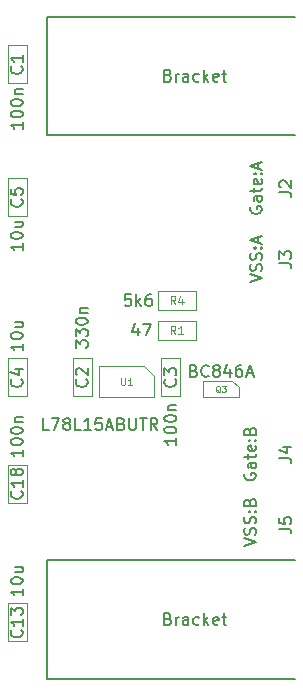
<source format=gbr>
G04 #@! TF.FileFunction,Other,Fab,Top*
%FSLAX46Y46*%
G04 Gerber Fmt 4.6, Leading zero omitted, Abs format (unit mm)*
G04 Created by KiCad (PCBNEW 4.0.7) date 04/23/18 08:39:13*
%MOMM*%
%LPD*%
G01*
G04 APERTURE LIST*
%ADD10C,0.100000*%
%ADD11C,0.150000*%
%ADD12C,0.105000*%
%ADD13C,0.075000*%
%ADD14C,0.090000*%
G04 APERTURE END LIST*
D10*
X21600000Y-26700000D02*
X21600000Y-28300000D01*
X18400000Y-26700000D02*
X21600000Y-26700000D01*
X18400000Y-28300000D02*
X18400000Y-26700000D01*
X21600000Y-28300000D02*
X18400000Y-28300000D01*
X21600000Y-24200000D02*
X21600000Y-25800000D01*
X18400000Y-24200000D02*
X21600000Y-24200000D01*
X18400000Y-25800000D02*
X18400000Y-24200000D01*
X21600000Y-25800000D02*
X18400000Y-25800000D01*
X24700000Y-31800000D02*
X22250000Y-31800000D01*
X25270000Y-32350000D02*
X25270000Y-33200000D01*
X24700000Y-31800000D02*
X25270000Y-32350000D01*
X25270000Y-33200000D02*
X22230000Y-33200000D01*
X22230000Y-31800000D02*
X22230000Y-33200000D01*
X5700000Y-3400000D02*
X7300000Y-3400000D01*
X5700000Y-6600000D02*
X5700000Y-3400000D01*
X7300000Y-6600000D02*
X5700000Y-6600000D01*
X7300000Y-3400000D02*
X7300000Y-6600000D01*
X11200000Y-29900000D02*
X12800000Y-29900000D01*
X11200000Y-33100000D02*
X11200000Y-29900000D01*
X12800000Y-33100000D02*
X11200000Y-33100000D01*
X12800000Y-29900000D02*
X12800000Y-33100000D01*
X18700000Y-29900000D02*
X20300000Y-29900000D01*
X18700000Y-33100000D02*
X18700000Y-29900000D01*
X20300000Y-33100000D02*
X18700000Y-33100000D01*
X20300000Y-29900000D02*
X20300000Y-33100000D01*
X5700000Y-29900000D02*
X7300000Y-29900000D01*
X5700000Y-33100000D02*
X5700000Y-29900000D01*
X7300000Y-33100000D02*
X5700000Y-33100000D01*
X7300000Y-29900000D02*
X7300000Y-33100000D01*
X7300000Y-17800000D02*
X5700000Y-17800000D01*
X7300000Y-14600000D02*
X7300000Y-17800000D01*
X5700000Y-14600000D02*
X7300000Y-14600000D01*
X5700000Y-17800000D02*
X5700000Y-14600000D01*
X7300000Y-53800000D02*
X5700000Y-53800000D01*
X7300000Y-50600000D02*
X7300000Y-53800000D01*
X5700000Y-50600000D02*
X7300000Y-50600000D01*
X5700000Y-53800000D02*
X5700000Y-50600000D01*
X5700000Y-38900000D02*
X7300000Y-38900000D01*
X5700000Y-42100000D02*
X5700000Y-38900000D01*
X7300000Y-42100000D02*
X5700000Y-42100000D01*
X7300000Y-38900000D02*
X7300000Y-42100000D01*
X17260000Y-30580000D02*
X18050000Y-31370000D01*
X18050000Y-33180000D02*
X13450000Y-33180000D01*
X13450000Y-33180000D02*
X13450000Y-30580000D01*
X13450000Y-30580000D02*
X17260000Y-30580000D01*
X18050000Y-31370000D02*
X18050000Y-33180000D01*
D11*
X30000000Y-47000000D02*
X9000000Y-47000000D01*
X9000000Y-47000000D02*
X9000000Y-57000000D01*
X9000000Y-57000000D02*
X30000000Y-57000000D01*
X30000000Y-1000000D02*
X9000000Y-1000000D01*
X9000000Y-1000000D02*
X9000000Y-11000000D01*
X9000000Y-11000000D02*
X30000000Y-11000000D01*
X16714286Y-27285714D02*
X16714286Y-27952381D01*
X16476190Y-26904762D02*
X16238095Y-27619048D01*
X16857143Y-27619048D01*
X17142857Y-26952381D02*
X17809524Y-26952381D01*
X17380952Y-27952381D01*
D12*
X19883334Y-27816667D02*
X19650000Y-27483333D01*
X19483334Y-27816667D02*
X19483334Y-27116667D01*
X19750000Y-27116667D01*
X19816667Y-27150000D01*
X19850000Y-27183333D01*
X19883334Y-27250000D01*
X19883334Y-27350000D01*
X19850000Y-27416667D01*
X19816667Y-27450000D01*
X19750000Y-27483333D01*
X19483334Y-27483333D01*
X20550000Y-27816667D02*
X20150000Y-27816667D01*
X20350000Y-27816667D02*
X20350000Y-27116667D01*
X20283334Y-27216667D01*
X20216667Y-27283333D01*
X20150000Y-27316667D01*
D11*
X16107143Y-24452381D02*
X15630952Y-24452381D01*
X15583333Y-24928571D01*
X15630952Y-24880952D01*
X15726190Y-24833333D01*
X15964286Y-24833333D01*
X16059524Y-24880952D01*
X16107143Y-24928571D01*
X16154762Y-25023810D01*
X16154762Y-25261905D01*
X16107143Y-25357143D01*
X16059524Y-25404762D01*
X15964286Y-25452381D01*
X15726190Y-25452381D01*
X15630952Y-25404762D01*
X15583333Y-25357143D01*
X16583333Y-25452381D02*
X16583333Y-24452381D01*
X16678571Y-25071429D02*
X16964286Y-25452381D01*
X16964286Y-24785714D02*
X16583333Y-25166667D01*
X17821429Y-24452381D02*
X17630952Y-24452381D01*
X17535714Y-24500000D01*
X17488095Y-24547619D01*
X17392857Y-24690476D01*
X17345238Y-24880952D01*
X17345238Y-25261905D01*
X17392857Y-25357143D01*
X17440476Y-25404762D01*
X17535714Y-25452381D01*
X17726191Y-25452381D01*
X17821429Y-25404762D01*
X17869048Y-25357143D01*
X17916667Y-25261905D01*
X17916667Y-25023810D01*
X17869048Y-24928571D01*
X17821429Y-24880952D01*
X17726191Y-24833333D01*
X17535714Y-24833333D01*
X17440476Y-24880952D01*
X17392857Y-24928571D01*
X17345238Y-25023810D01*
D12*
X19883334Y-25316667D02*
X19650000Y-24983333D01*
X19483334Y-25316667D02*
X19483334Y-24616667D01*
X19750000Y-24616667D01*
X19816667Y-24650000D01*
X19850000Y-24683333D01*
X19883334Y-24750000D01*
X19883334Y-24850000D01*
X19850000Y-24916667D01*
X19816667Y-24950000D01*
X19750000Y-24983333D01*
X19483334Y-24983333D01*
X20483334Y-24850000D02*
X20483334Y-25316667D01*
X20316667Y-24583333D02*
X20150000Y-25083333D01*
X20583334Y-25083333D01*
D11*
X21464286Y-30928571D02*
X21607143Y-30976190D01*
X21654762Y-31023810D01*
X21702381Y-31119048D01*
X21702381Y-31261905D01*
X21654762Y-31357143D01*
X21607143Y-31404762D01*
X21511905Y-31452381D01*
X21130952Y-31452381D01*
X21130952Y-30452381D01*
X21464286Y-30452381D01*
X21559524Y-30500000D01*
X21607143Y-30547619D01*
X21654762Y-30642857D01*
X21654762Y-30738095D01*
X21607143Y-30833333D01*
X21559524Y-30880952D01*
X21464286Y-30928571D01*
X21130952Y-30928571D01*
X22702381Y-31357143D02*
X22654762Y-31404762D01*
X22511905Y-31452381D01*
X22416667Y-31452381D01*
X22273809Y-31404762D01*
X22178571Y-31309524D01*
X22130952Y-31214286D01*
X22083333Y-31023810D01*
X22083333Y-30880952D01*
X22130952Y-30690476D01*
X22178571Y-30595238D01*
X22273809Y-30500000D01*
X22416667Y-30452381D01*
X22511905Y-30452381D01*
X22654762Y-30500000D01*
X22702381Y-30547619D01*
X23273809Y-30880952D02*
X23178571Y-30833333D01*
X23130952Y-30785714D01*
X23083333Y-30690476D01*
X23083333Y-30642857D01*
X23130952Y-30547619D01*
X23178571Y-30500000D01*
X23273809Y-30452381D01*
X23464286Y-30452381D01*
X23559524Y-30500000D01*
X23607143Y-30547619D01*
X23654762Y-30642857D01*
X23654762Y-30690476D01*
X23607143Y-30785714D01*
X23559524Y-30833333D01*
X23464286Y-30880952D01*
X23273809Y-30880952D01*
X23178571Y-30928571D01*
X23130952Y-30976190D01*
X23083333Y-31071429D01*
X23083333Y-31261905D01*
X23130952Y-31357143D01*
X23178571Y-31404762D01*
X23273809Y-31452381D01*
X23464286Y-31452381D01*
X23559524Y-31404762D01*
X23607143Y-31357143D01*
X23654762Y-31261905D01*
X23654762Y-31071429D01*
X23607143Y-30976190D01*
X23559524Y-30928571D01*
X23464286Y-30880952D01*
X24511905Y-30785714D02*
X24511905Y-31452381D01*
X24273809Y-30404762D02*
X24035714Y-31119048D01*
X24654762Y-31119048D01*
X25464286Y-30452381D02*
X25273809Y-30452381D01*
X25178571Y-30500000D01*
X25130952Y-30547619D01*
X25035714Y-30690476D01*
X24988095Y-30880952D01*
X24988095Y-31261905D01*
X25035714Y-31357143D01*
X25083333Y-31404762D01*
X25178571Y-31452381D01*
X25369048Y-31452381D01*
X25464286Y-31404762D01*
X25511905Y-31357143D01*
X25559524Y-31261905D01*
X25559524Y-31023810D01*
X25511905Y-30928571D01*
X25464286Y-30880952D01*
X25369048Y-30833333D01*
X25178571Y-30833333D01*
X25083333Y-30880952D01*
X25035714Y-30928571D01*
X24988095Y-31023810D01*
X25940476Y-31166667D02*
X26416667Y-31166667D01*
X25845238Y-31452381D02*
X26178571Y-30452381D01*
X26511905Y-31452381D01*
D13*
X23702381Y-32773810D02*
X23654762Y-32750000D01*
X23607143Y-32702381D01*
X23535714Y-32630952D01*
X23488095Y-32607143D01*
X23440476Y-32607143D01*
X23464286Y-32726190D02*
X23416667Y-32702381D01*
X23369048Y-32654762D01*
X23345238Y-32559524D01*
X23345238Y-32392857D01*
X23369048Y-32297619D01*
X23416667Y-32250000D01*
X23464286Y-32226190D01*
X23559524Y-32226190D01*
X23607143Y-32250000D01*
X23654762Y-32297619D01*
X23678571Y-32392857D01*
X23678571Y-32559524D01*
X23654762Y-32654762D01*
X23607143Y-32702381D01*
X23559524Y-32726190D01*
X23464286Y-32726190D01*
X23845239Y-32226190D02*
X24154762Y-32226190D01*
X23988096Y-32416667D01*
X24059524Y-32416667D01*
X24107143Y-32440476D01*
X24130953Y-32464286D01*
X24154762Y-32511905D01*
X24154762Y-32630952D01*
X24130953Y-32678571D01*
X24107143Y-32702381D01*
X24059524Y-32726190D01*
X23916667Y-32726190D01*
X23869048Y-32702381D01*
X23845239Y-32678571D01*
D11*
X6952381Y-9869047D02*
X6952381Y-10440476D01*
X6952381Y-10154762D02*
X5952381Y-10154762D01*
X6095238Y-10250000D01*
X6190476Y-10345238D01*
X6238095Y-10440476D01*
X5952381Y-9250000D02*
X5952381Y-9154761D01*
X6000000Y-9059523D01*
X6047619Y-9011904D01*
X6142857Y-8964285D01*
X6333333Y-8916666D01*
X6571429Y-8916666D01*
X6761905Y-8964285D01*
X6857143Y-9011904D01*
X6904762Y-9059523D01*
X6952381Y-9154761D01*
X6952381Y-9250000D01*
X6904762Y-9345238D01*
X6857143Y-9392857D01*
X6761905Y-9440476D01*
X6571429Y-9488095D01*
X6333333Y-9488095D01*
X6142857Y-9440476D01*
X6047619Y-9392857D01*
X6000000Y-9345238D01*
X5952381Y-9250000D01*
X5952381Y-8297619D02*
X5952381Y-8202380D01*
X6000000Y-8107142D01*
X6047619Y-8059523D01*
X6142857Y-8011904D01*
X6333333Y-7964285D01*
X6571429Y-7964285D01*
X6761905Y-8011904D01*
X6857143Y-8059523D01*
X6904762Y-8107142D01*
X6952381Y-8202380D01*
X6952381Y-8297619D01*
X6904762Y-8392857D01*
X6857143Y-8440476D01*
X6761905Y-8488095D01*
X6571429Y-8535714D01*
X6333333Y-8535714D01*
X6142857Y-8488095D01*
X6047619Y-8440476D01*
X6000000Y-8392857D01*
X5952381Y-8297619D01*
X6285714Y-7535714D02*
X6952381Y-7535714D01*
X6380952Y-7535714D02*
X6333333Y-7488095D01*
X6285714Y-7392857D01*
X6285714Y-7249999D01*
X6333333Y-7154761D01*
X6428571Y-7107142D01*
X6952381Y-7107142D01*
X6857143Y-5166666D02*
X6904762Y-5214285D01*
X6952381Y-5357142D01*
X6952381Y-5452380D01*
X6904762Y-5595238D01*
X6809524Y-5690476D01*
X6714286Y-5738095D01*
X6523810Y-5785714D01*
X6380952Y-5785714D01*
X6190476Y-5738095D01*
X6095238Y-5690476D01*
X6000000Y-5595238D01*
X5952381Y-5452380D01*
X5952381Y-5357142D01*
X6000000Y-5214285D01*
X6047619Y-5166666D01*
X6952381Y-4214285D02*
X6952381Y-4785714D01*
X6952381Y-4500000D02*
X5952381Y-4500000D01*
X6095238Y-4595238D01*
X6190476Y-4690476D01*
X6238095Y-4785714D01*
X11452381Y-28988095D02*
X11452381Y-28369047D01*
X11833333Y-28702381D01*
X11833333Y-28559523D01*
X11880952Y-28464285D01*
X11928571Y-28416666D01*
X12023810Y-28369047D01*
X12261905Y-28369047D01*
X12357143Y-28416666D01*
X12404762Y-28464285D01*
X12452381Y-28559523D01*
X12452381Y-28845238D01*
X12404762Y-28940476D01*
X12357143Y-28988095D01*
X11452381Y-28035714D02*
X11452381Y-27416666D01*
X11833333Y-27750000D01*
X11833333Y-27607142D01*
X11880952Y-27511904D01*
X11928571Y-27464285D01*
X12023810Y-27416666D01*
X12261905Y-27416666D01*
X12357143Y-27464285D01*
X12404762Y-27511904D01*
X12452381Y-27607142D01*
X12452381Y-27892857D01*
X12404762Y-27988095D01*
X12357143Y-28035714D01*
X11452381Y-26797619D02*
X11452381Y-26702380D01*
X11500000Y-26607142D01*
X11547619Y-26559523D01*
X11642857Y-26511904D01*
X11833333Y-26464285D01*
X12071429Y-26464285D01*
X12261905Y-26511904D01*
X12357143Y-26559523D01*
X12404762Y-26607142D01*
X12452381Y-26702380D01*
X12452381Y-26797619D01*
X12404762Y-26892857D01*
X12357143Y-26940476D01*
X12261905Y-26988095D01*
X12071429Y-27035714D01*
X11833333Y-27035714D01*
X11642857Y-26988095D01*
X11547619Y-26940476D01*
X11500000Y-26892857D01*
X11452381Y-26797619D01*
X11785714Y-26035714D02*
X12452381Y-26035714D01*
X11880952Y-26035714D02*
X11833333Y-25988095D01*
X11785714Y-25892857D01*
X11785714Y-25749999D01*
X11833333Y-25654761D01*
X11928571Y-25607142D01*
X12452381Y-25607142D01*
X12357143Y-31666666D02*
X12404762Y-31714285D01*
X12452381Y-31857142D01*
X12452381Y-31952380D01*
X12404762Y-32095238D01*
X12309524Y-32190476D01*
X12214286Y-32238095D01*
X12023810Y-32285714D01*
X11880952Y-32285714D01*
X11690476Y-32238095D01*
X11595238Y-32190476D01*
X11500000Y-32095238D01*
X11452381Y-31952380D01*
X11452381Y-31857142D01*
X11500000Y-31714285D01*
X11547619Y-31666666D01*
X11547619Y-31285714D02*
X11500000Y-31238095D01*
X11452381Y-31142857D01*
X11452381Y-30904761D01*
X11500000Y-30809523D01*
X11547619Y-30761904D01*
X11642857Y-30714285D01*
X11738095Y-30714285D01*
X11880952Y-30761904D01*
X12452381Y-31333333D01*
X12452381Y-30714285D01*
X19952381Y-36619047D02*
X19952381Y-37190476D01*
X19952381Y-36904762D02*
X18952381Y-36904762D01*
X19095238Y-37000000D01*
X19190476Y-37095238D01*
X19238095Y-37190476D01*
X18952381Y-36000000D02*
X18952381Y-35904761D01*
X19000000Y-35809523D01*
X19047619Y-35761904D01*
X19142857Y-35714285D01*
X19333333Y-35666666D01*
X19571429Y-35666666D01*
X19761905Y-35714285D01*
X19857143Y-35761904D01*
X19904762Y-35809523D01*
X19952381Y-35904761D01*
X19952381Y-36000000D01*
X19904762Y-36095238D01*
X19857143Y-36142857D01*
X19761905Y-36190476D01*
X19571429Y-36238095D01*
X19333333Y-36238095D01*
X19142857Y-36190476D01*
X19047619Y-36142857D01*
X19000000Y-36095238D01*
X18952381Y-36000000D01*
X18952381Y-35047619D02*
X18952381Y-34952380D01*
X19000000Y-34857142D01*
X19047619Y-34809523D01*
X19142857Y-34761904D01*
X19333333Y-34714285D01*
X19571429Y-34714285D01*
X19761905Y-34761904D01*
X19857143Y-34809523D01*
X19904762Y-34857142D01*
X19952381Y-34952380D01*
X19952381Y-35047619D01*
X19904762Y-35142857D01*
X19857143Y-35190476D01*
X19761905Y-35238095D01*
X19571429Y-35285714D01*
X19333333Y-35285714D01*
X19142857Y-35238095D01*
X19047619Y-35190476D01*
X19000000Y-35142857D01*
X18952381Y-35047619D01*
X19285714Y-34285714D02*
X19952381Y-34285714D01*
X19380952Y-34285714D02*
X19333333Y-34238095D01*
X19285714Y-34142857D01*
X19285714Y-33999999D01*
X19333333Y-33904761D01*
X19428571Y-33857142D01*
X19952381Y-33857142D01*
X19857143Y-31666666D02*
X19904762Y-31714285D01*
X19952381Y-31857142D01*
X19952381Y-31952380D01*
X19904762Y-32095238D01*
X19809524Y-32190476D01*
X19714286Y-32238095D01*
X19523810Y-32285714D01*
X19380952Y-32285714D01*
X19190476Y-32238095D01*
X19095238Y-32190476D01*
X19000000Y-32095238D01*
X18952381Y-31952380D01*
X18952381Y-31857142D01*
X19000000Y-31714285D01*
X19047619Y-31666666D01*
X18952381Y-31333333D02*
X18952381Y-30714285D01*
X19333333Y-31047619D01*
X19333333Y-30904761D01*
X19380952Y-30809523D01*
X19428571Y-30761904D01*
X19523810Y-30714285D01*
X19761905Y-30714285D01*
X19857143Y-30761904D01*
X19904762Y-30809523D01*
X19952381Y-30904761D01*
X19952381Y-31190476D01*
X19904762Y-31285714D01*
X19857143Y-31333333D01*
X6952381Y-28642857D02*
X6952381Y-29214286D01*
X6952381Y-28928572D02*
X5952381Y-28928572D01*
X6095238Y-29023810D01*
X6190476Y-29119048D01*
X6238095Y-29214286D01*
X5952381Y-28023810D02*
X5952381Y-27928571D01*
X6000000Y-27833333D01*
X6047619Y-27785714D01*
X6142857Y-27738095D01*
X6333333Y-27690476D01*
X6571429Y-27690476D01*
X6761905Y-27738095D01*
X6857143Y-27785714D01*
X6904762Y-27833333D01*
X6952381Y-27928571D01*
X6952381Y-28023810D01*
X6904762Y-28119048D01*
X6857143Y-28166667D01*
X6761905Y-28214286D01*
X6571429Y-28261905D01*
X6333333Y-28261905D01*
X6142857Y-28214286D01*
X6047619Y-28166667D01*
X6000000Y-28119048D01*
X5952381Y-28023810D01*
X6285714Y-26833333D02*
X6952381Y-26833333D01*
X6285714Y-27261905D02*
X6809524Y-27261905D01*
X6904762Y-27214286D01*
X6952381Y-27119048D01*
X6952381Y-26976190D01*
X6904762Y-26880952D01*
X6857143Y-26833333D01*
X6857143Y-31666666D02*
X6904762Y-31714285D01*
X6952381Y-31857142D01*
X6952381Y-31952380D01*
X6904762Y-32095238D01*
X6809524Y-32190476D01*
X6714286Y-32238095D01*
X6523810Y-32285714D01*
X6380952Y-32285714D01*
X6190476Y-32238095D01*
X6095238Y-32190476D01*
X6000000Y-32095238D01*
X5952381Y-31952380D01*
X5952381Y-31857142D01*
X6000000Y-31714285D01*
X6047619Y-31666666D01*
X6285714Y-30809523D02*
X6952381Y-30809523D01*
X5904762Y-31047619D02*
X6619048Y-31285714D01*
X6619048Y-30666666D01*
X6952381Y-20142857D02*
X6952381Y-20714286D01*
X6952381Y-20428572D02*
X5952381Y-20428572D01*
X6095238Y-20523810D01*
X6190476Y-20619048D01*
X6238095Y-20714286D01*
X5952381Y-19523810D02*
X5952381Y-19428571D01*
X6000000Y-19333333D01*
X6047619Y-19285714D01*
X6142857Y-19238095D01*
X6333333Y-19190476D01*
X6571429Y-19190476D01*
X6761905Y-19238095D01*
X6857143Y-19285714D01*
X6904762Y-19333333D01*
X6952381Y-19428571D01*
X6952381Y-19523810D01*
X6904762Y-19619048D01*
X6857143Y-19666667D01*
X6761905Y-19714286D01*
X6571429Y-19761905D01*
X6333333Y-19761905D01*
X6142857Y-19714286D01*
X6047619Y-19666667D01*
X6000000Y-19619048D01*
X5952381Y-19523810D01*
X6285714Y-18333333D02*
X6952381Y-18333333D01*
X6285714Y-18761905D02*
X6809524Y-18761905D01*
X6904762Y-18714286D01*
X6952381Y-18619048D01*
X6952381Y-18476190D01*
X6904762Y-18380952D01*
X6857143Y-18333333D01*
X6857143Y-16416666D02*
X6904762Y-16464285D01*
X6952381Y-16607142D01*
X6952381Y-16702380D01*
X6904762Y-16845238D01*
X6809524Y-16940476D01*
X6714286Y-16988095D01*
X6523810Y-17035714D01*
X6380952Y-17035714D01*
X6190476Y-16988095D01*
X6095238Y-16940476D01*
X6000000Y-16845238D01*
X5952381Y-16702380D01*
X5952381Y-16607142D01*
X6000000Y-16464285D01*
X6047619Y-16416666D01*
X5952381Y-15511904D02*
X5952381Y-15988095D01*
X6428571Y-16035714D01*
X6380952Y-15988095D01*
X6333333Y-15892857D01*
X6333333Y-15654761D01*
X6380952Y-15559523D01*
X6428571Y-15511904D01*
X6523810Y-15464285D01*
X6761905Y-15464285D01*
X6857143Y-15511904D01*
X6904762Y-15559523D01*
X6952381Y-15654761D01*
X6952381Y-15892857D01*
X6904762Y-15988095D01*
X6857143Y-16035714D01*
X6952381Y-49392857D02*
X6952381Y-49964286D01*
X6952381Y-49678572D02*
X5952381Y-49678572D01*
X6095238Y-49773810D01*
X6190476Y-49869048D01*
X6238095Y-49964286D01*
X5952381Y-48773810D02*
X5952381Y-48678571D01*
X6000000Y-48583333D01*
X6047619Y-48535714D01*
X6142857Y-48488095D01*
X6333333Y-48440476D01*
X6571429Y-48440476D01*
X6761905Y-48488095D01*
X6857143Y-48535714D01*
X6904762Y-48583333D01*
X6952381Y-48678571D01*
X6952381Y-48773810D01*
X6904762Y-48869048D01*
X6857143Y-48916667D01*
X6761905Y-48964286D01*
X6571429Y-49011905D01*
X6333333Y-49011905D01*
X6142857Y-48964286D01*
X6047619Y-48916667D01*
X6000000Y-48869048D01*
X5952381Y-48773810D01*
X6285714Y-47583333D02*
X6952381Y-47583333D01*
X6285714Y-48011905D02*
X6809524Y-48011905D01*
X6904762Y-47964286D01*
X6952381Y-47869048D01*
X6952381Y-47726190D01*
X6904762Y-47630952D01*
X6857143Y-47583333D01*
X6857143Y-52892857D02*
X6904762Y-52940476D01*
X6952381Y-53083333D01*
X6952381Y-53178571D01*
X6904762Y-53321429D01*
X6809524Y-53416667D01*
X6714286Y-53464286D01*
X6523810Y-53511905D01*
X6380952Y-53511905D01*
X6190476Y-53464286D01*
X6095238Y-53416667D01*
X6000000Y-53321429D01*
X5952381Y-53178571D01*
X5952381Y-53083333D01*
X6000000Y-52940476D01*
X6047619Y-52892857D01*
X6952381Y-51940476D02*
X6952381Y-52511905D01*
X6952381Y-52226191D02*
X5952381Y-52226191D01*
X6095238Y-52321429D01*
X6190476Y-52416667D01*
X6238095Y-52511905D01*
X5952381Y-51607143D02*
X5952381Y-50988095D01*
X6333333Y-51321429D01*
X6333333Y-51178571D01*
X6380952Y-51083333D01*
X6428571Y-51035714D01*
X6523810Y-50988095D01*
X6761905Y-50988095D01*
X6857143Y-51035714D01*
X6904762Y-51083333D01*
X6952381Y-51178571D01*
X6952381Y-51464286D01*
X6904762Y-51559524D01*
X6857143Y-51607143D01*
X6952381Y-37619047D02*
X6952381Y-38190476D01*
X6952381Y-37904762D02*
X5952381Y-37904762D01*
X6095238Y-38000000D01*
X6190476Y-38095238D01*
X6238095Y-38190476D01*
X5952381Y-37000000D02*
X5952381Y-36904761D01*
X6000000Y-36809523D01*
X6047619Y-36761904D01*
X6142857Y-36714285D01*
X6333333Y-36666666D01*
X6571429Y-36666666D01*
X6761905Y-36714285D01*
X6857143Y-36761904D01*
X6904762Y-36809523D01*
X6952381Y-36904761D01*
X6952381Y-37000000D01*
X6904762Y-37095238D01*
X6857143Y-37142857D01*
X6761905Y-37190476D01*
X6571429Y-37238095D01*
X6333333Y-37238095D01*
X6142857Y-37190476D01*
X6047619Y-37142857D01*
X6000000Y-37095238D01*
X5952381Y-37000000D01*
X5952381Y-36047619D02*
X5952381Y-35952380D01*
X6000000Y-35857142D01*
X6047619Y-35809523D01*
X6142857Y-35761904D01*
X6333333Y-35714285D01*
X6571429Y-35714285D01*
X6761905Y-35761904D01*
X6857143Y-35809523D01*
X6904762Y-35857142D01*
X6952381Y-35952380D01*
X6952381Y-36047619D01*
X6904762Y-36142857D01*
X6857143Y-36190476D01*
X6761905Y-36238095D01*
X6571429Y-36285714D01*
X6333333Y-36285714D01*
X6142857Y-36238095D01*
X6047619Y-36190476D01*
X6000000Y-36142857D01*
X5952381Y-36047619D01*
X6285714Y-35285714D02*
X6952381Y-35285714D01*
X6380952Y-35285714D02*
X6333333Y-35238095D01*
X6285714Y-35142857D01*
X6285714Y-34999999D01*
X6333333Y-34904761D01*
X6428571Y-34857142D01*
X6952381Y-34857142D01*
X6857143Y-41142857D02*
X6904762Y-41190476D01*
X6952381Y-41333333D01*
X6952381Y-41428571D01*
X6904762Y-41571429D01*
X6809524Y-41666667D01*
X6714286Y-41714286D01*
X6523810Y-41761905D01*
X6380952Y-41761905D01*
X6190476Y-41714286D01*
X6095238Y-41666667D01*
X6000000Y-41571429D01*
X5952381Y-41428571D01*
X5952381Y-41333333D01*
X6000000Y-41190476D01*
X6047619Y-41142857D01*
X6952381Y-40190476D02*
X6952381Y-40761905D01*
X6952381Y-40476191D02*
X5952381Y-40476191D01*
X6095238Y-40571429D01*
X6190476Y-40666667D01*
X6238095Y-40761905D01*
X6380952Y-39619048D02*
X6333333Y-39714286D01*
X6285714Y-39761905D01*
X6190476Y-39809524D01*
X6142857Y-39809524D01*
X6047619Y-39761905D01*
X6000000Y-39714286D01*
X5952381Y-39619048D01*
X5952381Y-39428571D01*
X6000000Y-39333333D01*
X6047619Y-39285714D01*
X6142857Y-39238095D01*
X6190476Y-39238095D01*
X6285714Y-39285714D01*
X6333333Y-39333333D01*
X6380952Y-39428571D01*
X6380952Y-39619048D01*
X6428571Y-39714286D01*
X6476190Y-39761905D01*
X6571429Y-39809524D01*
X6761905Y-39809524D01*
X6857143Y-39761905D01*
X6904762Y-39714286D01*
X6952381Y-39619048D01*
X6952381Y-39428571D01*
X6904762Y-39333333D01*
X6857143Y-39285714D01*
X6761905Y-39238095D01*
X6571429Y-39238095D01*
X6476190Y-39285714D01*
X6428571Y-39333333D01*
X6380952Y-39428571D01*
X28702381Y-15833333D02*
X29416667Y-15833333D01*
X29559524Y-15880953D01*
X29654762Y-15976191D01*
X29702381Y-16119048D01*
X29702381Y-16214286D01*
X28797619Y-15404762D02*
X28750000Y-15357143D01*
X28702381Y-15261905D01*
X28702381Y-15023809D01*
X28750000Y-14928571D01*
X28797619Y-14880952D01*
X28892857Y-14833333D01*
X28988095Y-14833333D01*
X29130952Y-14880952D01*
X29702381Y-15452381D01*
X29702381Y-14833333D01*
X26250000Y-17071428D02*
X26202381Y-17166666D01*
X26202381Y-17309523D01*
X26250000Y-17452381D01*
X26345238Y-17547619D01*
X26440476Y-17595238D01*
X26630952Y-17642857D01*
X26773810Y-17642857D01*
X26964286Y-17595238D01*
X27059524Y-17547619D01*
X27154762Y-17452381D01*
X27202381Y-17309523D01*
X27202381Y-17214285D01*
X27154762Y-17071428D01*
X27107143Y-17023809D01*
X26773810Y-17023809D01*
X26773810Y-17214285D01*
X27202381Y-16166666D02*
X26678571Y-16166666D01*
X26583333Y-16214285D01*
X26535714Y-16309523D01*
X26535714Y-16500000D01*
X26583333Y-16595238D01*
X27154762Y-16166666D02*
X27202381Y-16261904D01*
X27202381Y-16500000D01*
X27154762Y-16595238D01*
X27059524Y-16642857D01*
X26964286Y-16642857D01*
X26869048Y-16595238D01*
X26821429Y-16500000D01*
X26821429Y-16261904D01*
X26773810Y-16166666D01*
X26535714Y-15833333D02*
X26535714Y-15452381D01*
X26202381Y-15690476D02*
X27059524Y-15690476D01*
X27154762Y-15642857D01*
X27202381Y-15547619D01*
X27202381Y-15452381D01*
X27154762Y-14738094D02*
X27202381Y-14833332D01*
X27202381Y-15023809D01*
X27154762Y-15119047D01*
X27059524Y-15166666D01*
X26678571Y-15166666D01*
X26583333Y-15119047D01*
X26535714Y-15023809D01*
X26535714Y-14833332D01*
X26583333Y-14738094D01*
X26678571Y-14690475D01*
X26773810Y-14690475D01*
X26869048Y-15166666D01*
X27107143Y-14261904D02*
X27154762Y-14214285D01*
X27202381Y-14261904D01*
X27154762Y-14309523D01*
X27107143Y-14261904D01*
X27202381Y-14261904D01*
X26583333Y-14261904D02*
X26630952Y-14214285D01*
X26678571Y-14261904D01*
X26630952Y-14309523D01*
X26583333Y-14261904D01*
X26678571Y-14261904D01*
X26916667Y-13833333D02*
X26916667Y-13357142D01*
X27202381Y-13928571D02*
X26202381Y-13595238D01*
X27202381Y-13261904D01*
X28702381Y-21833333D02*
X29416667Y-21833333D01*
X29559524Y-21880953D01*
X29654762Y-21976191D01*
X29702381Y-22119048D01*
X29702381Y-22214286D01*
X28702381Y-21452381D02*
X28702381Y-20833333D01*
X29083333Y-21166667D01*
X29083333Y-21023809D01*
X29130952Y-20928571D01*
X29178571Y-20880952D01*
X29273810Y-20833333D01*
X29511905Y-20833333D01*
X29607143Y-20880952D01*
X29654762Y-20928571D01*
X29702381Y-21023809D01*
X29702381Y-21309524D01*
X29654762Y-21404762D01*
X29607143Y-21452381D01*
X26202381Y-23452381D02*
X27202381Y-23119048D01*
X26202381Y-22785714D01*
X27154762Y-22500000D02*
X27202381Y-22357143D01*
X27202381Y-22119047D01*
X27154762Y-22023809D01*
X27107143Y-21976190D01*
X27011905Y-21928571D01*
X26916667Y-21928571D01*
X26821429Y-21976190D01*
X26773810Y-22023809D01*
X26726190Y-22119047D01*
X26678571Y-22309524D01*
X26630952Y-22404762D01*
X26583333Y-22452381D01*
X26488095Y-22500000D01*
X26392857Y-22500000D01*
X26297619Y-22452381D01*
X26250000Y-22404762D01*
X26202381Y-22309524D01*
X26202381Y-22071428D01*
X26250000Y-21928571D01*
X27154762Y-21547619D02*
X27202381Y-21404762D01*
X27202381Y-21166666D01*
X27154762Y-21071428D01*
X27107143Y-21023809D01*
X27011905Y-20976190D01*
X26916667Y-20976190D01*
X26821429Y-21023809D01*
X26773810Y-21071428D01*
X26726190Y-21166666D01*
X26678571Y-21357143D01*
X26630952Y-21452381D01*
X26583333Y-21500000D01*
X26488095Y-21547619D01*
X26392857Y-21547619D01*
X26297619Y-21500000D01*
X26250000Y-21452381D01*
X26202381Y-21357143D01*
X26202381Y-21119047D01*
X26250000Y-20976190D01*
X27107143Y-20547619D02*
X27154762Y-20500000D01*
X27202381Y-20547619D01*
X27154762Y-20595238D01*
X27107143Y-20547619D01*
X27202381Y-20547619D01*
X26583333Y-20547619D02*
X26630952Y-20500000D01*
X26678571Y-20547619D01*
X26630952Y-20595238D01*
X26583333Y-20547619D01*
X26678571Y-20547619D01*
X26916667Y-20119048D02*
X26916667Y-19642857D01*
X27202381Y-20214286D02*
X26202381Y-19880953D01*
X27202381Y-19547619D01*
X28702381Y-38333333D02*
X29416667Y-38333333D01*
X29559524Y-38380953D01*
X29654762Y-38476191D01*
X29702381Y-38619048D01*
X29702381Y-38714286D01*
X29035714Y-37428571D02*
X29702381Y-37428571D01*
X28654762Y-37666667D02*
X29369048Y-37904762D01*
X29369048Y-37285714D01*
X25750000Y-39642857D02*
X25702381Y-39738095D01*
X25702381Y-39880952D01*
X25750000Y-40023810D01*
X25845238Y-40119048D01*
X25940476Y-40166667D01*
X26130952Y-40214286D01*
X26273810Y-40214286D01*
X26464286Y-40166667D01*
X26559524Y-40119048D01*
X26654762Y-40023810D01*
X26702381Y-39880952D01*
X26702381Y-39785714D01*
X26654762Y-39642857D01*
X26607143Y-39595238D01*
X26273810Y-39595238D01*
X26273810Y-39785714D01*
X26702381Y-38738095D02*
X26178571Y-38738095D01*
X26083333Y-38785714D01*
X26035714Y-38880952D01*
X26035714Y-39071429D01*
X26083333Y-39166667D01*
X26654762Y-38738095D02*
X26702381Y-38833333D01*
X26702381Y-39071429D01*
X26654762Y-39166667D01*
X26559524Y-39214286D01*
X26464286Y-39214286D01*
X26369048Y-39166667D01*
X26321429Y-39071429D01*
X26321429Y-38833333D01*
X26273810Y-38738095D01*
X26035714Y-38404762D02*
X26035714Y-38023810D01*
X25702381Y-38261905D02*
X26559524Y-38261905D01*
X26654762Y-38214286D01*
X26702381Y-38119048D01*
X26702381Y-38023810D01*
X26654762Y-37309523D02*
X26702381Y-37404761D01*
X26702381Y-37595238D01*
X26654762Y-37690476D01*
X26559524Y-37738095D01*
X26178571Y-37738095D01*
X26083333Y-37690476D01*
X26035714Y-37595238D01*
X26035714Y-37404761D01*
X26083333Y-37309523D01*
X26178571Y-37261904D01*
X26273810Y-37261904D01*
X26369048Y-37738095D01*
X26607143Y-36833333D02*
X26654762Y-36785714D01*
X26702381Y-36833333D01*
X26654762Y-36880952D01*
X26607143Y-36833333D01*
X26702381Y-36833333D01*
X26083333Y-36833333D02*
X26130952Y-36785714D01*
X26178571Y-36833333D01*
X26130952Y-36880952D01*
X26083333Y-36833333D01*
X26178571Y-36833333D01*
X26178571Y-36023809D02*
X26226190Y-35880952D01*
X26273810Y-35833333D01*
X26369048Y-35785714D01*
X26511905Y-35785714D01*
X26607143Y-35833333D01*
X26654762Y-35880952D01*
X26702381Y-35976190D01*
X26702381Y-36357143D01*
X25702381Y-36357143D01*
X25702381Y-36023809D01*
X25750000Y-35928571D01*
X25797619Y-35880952D01*
X25892857Y-35833333D01*
X25988095Y-35833333D01*
X26083333Y-35880952D01*
X26130952Y-35928571D01*
X26178571Y-36023809D01*
X26178571Y-36357143D01*
X28702381Y-44333333D02*
X29416667Y-44333333D01*
X29559524Y-44380953D01*
X29654762Y-44476191D01*
X29702381Y-44619048D01*
X29702381Y-44714286D01*
X28702381Y-43380952D02*
X28702381Y-43857143D01*
X29178571Y-43904762D01*
X29130952Y-43857143D01*
X29083333Y-43761905D01*
X29083333Y-43523809D01*
X29130952Y-43428571D01*
X29178571Y-43380952D01*
X29273810Y-43333333D01*
X29511905Y-43333333D01*
X29607143Y-43380952D01*
X29654762Y-43428571D01*
X29702381Y-43523809D01*
X29702381Y-43761905D01*
X29654762Y-43857143D01*
X29607143Y-43904762D01*
X25702381Y-45773809D02*
X26702381Y-45440476D01*
X25702381Y-45107142D01*
X26654762Y-44821428D02*
X26702381Y-44678571D01*
X26702381Y-44440475D01*
X26654762Y-44345237D01*
X26607143Y-44297618D01*
X26511905Y-44249999D01*
X26416667Y-44249999D01*
X26321429Y-44297618D01*
X26273810Y-44345237D01*
X26226190Y-44440475D01*
X26178571Y-44630952D01*
X26130952Y-44726190D01*
X26083333Y-44773809D01*
X25988095Y-44821428D01*
X25892857Y-44821428D01*
X25797619Y-44773809D01*
X25750000Y-44726190D01*
X25702381Y-44630952D01*
X25702381Y-44392856D01*
X25750000Y-44249999D01*
X26654762Y-43869047D02*
X26702381Y-43726190D01*
X26702381Y-43488094D01*
X26654762Y-43392856D01*
X26607143Y-43345237D01*
X26511905Y-43297618D01*
X26416667Y-43297618D01*
X26321429Y-43345237D01*
X26273810Y-43392856D01*
X26226190Y-43488094D01*
X26178571Y-43678571D01*
X26130952Y-43773809D01*
X26083333Y-43821428D01*
X25988095Y-43869047D01*
X25892857Y-43869047D01*
X25797619Y-43821428D01*
X25750000Y-43773809D01*
X25702381Y-43678571D01*
X25702381Y-43440475D01*
X25750000Y-43297618D01*
X26607143Y-42869047D02*
X26654762Y-42821428D01*
X26702381Y-42869047D01*
X26654762Y-42916666D01*
X26607143Y-42869047D01*
X26702381Y-42869047D01*
X26083333Y-42869047D02*
X26130952Y-42821428D01*
X26178571Y-42869047D01*
X26130952Y-42916666D01*
X26083333Y-42869047D01*
X26178571Y-42869047D01*
X26178571Y-42059523D02*
X26226190Y-41916666D01*
X26273810Y-41869047D01*
X26369048Y-41821428D01*
X26511905Y-41821428D01*
X26607143Y-41869047D01*
X26654762Y-41916666D01*
X26702381Y-42011904D01*
X26702381Y-42392857D01*
X25702381Y-42392857D01*
X25702381Y-42059523D01*
X25750000Y-41964285D01*
X25797619Y-41916666D01*
X25892857Y-41869047D01*
X25988095Y-41869047D01*
X26083333Y-41916666D01*
X26130952Y-41964285D01*
X26178571Y-42059523D01*
X26178571Y-42392857D01*
X9166667Y-35952381D02*
X8690476Y-35952381D01*
X8690476Y-34952381D01*
X9404762Y-34952381D02*
X10071429Y-34952381D01*
X9642857Y-35952381D01*
X10595238Y-35380952D02*
X10500000Y-35333333D01*
X10452381Y-35285714D01*
X10404762Y-35190476D01*
X10404762Y-35142857D01*
X10452381Y-35047619D01*
X10500000Y-35000000D01*
X10595238Y-34952381D01*
X10785715Y-34952381D01*
X10880953Y-35000000D01*
X10928572Y-35047619D01*
X10976191Y-35142857D01*
X10976191Y-35190476D01*
X10928572Y-35285714D01*
X10880953Y-35333333D01*
X10785715Y-35380952D01*
X10595238Y-35380952D01*
X10500000Y-35428571D01*
X10452381Y-35476190D01*
X10404762Y-35571429D01*
X10404762Y-35761905D01*
X10452381Y-35857143D01*
X10500000Y-35904762D01*
X10595238Y-35952381D01*
X10785715Y-35952381D01*
X10880953Y-35904762D01*
X10928572Y-35857143D01*
X10976191Y-35761905D01*
X10976191Y-35571429D01*
X10928572Y-35476190D01*
X10880953Y-35428571D01*
X10785715Y-35380952D01*
X11880953Y-35952381D02*
X11404762Y-35952381D01*
X11404762Y-34952381D01*
X12738096Y-35952381D02*
X12166667Y-35952381D01*
X12452381Y-35952381D02*
X12452381Y-34952381D01*
X12357143Y-35095238D01*
X12261905Y-35190476D01*
X12166667Y-35238095D01*
X13642858Y-34952381D02*
X13166667Y-34952381D01*
X13119048Y-35428571D01*
X13166667Y-35380952D01*
X13261905Y-35333333D01*
X13500001Y-35333333D01*
X13595239Y-35380952D01*
X13642858Y-35428571D01*
X13690477Y-35523810D01*
X13690477Y-35761905D01*
X13642858Y-35857143D01*
X13595239Y-35904762D01*
X13500001Y-35952381D01*
X13261905Y-35952381D01*
X13166667Y-35904762D01*
X13119048Y-35857143D01*
X14071429Y-35666667D02*
X14547620Y-35666667D01*
X13976191Y-35952381D02*
X14309524Y-34952381D01*
X14642858Y-35952381D01*
X15309525Y-35428571D02*
X15452382Y-35476190D01*
X15500001Y-35523810D01*
X15547620Y-35619048D01*
X15547620Y-35761905D01*
X15500001Y-35857143D01*
X15452382Y-35904762D01*
X15357144Y-35952381D01*
X14976191Y-35952381D01*
X14976191Y-34952381D01*
X15309525Y-34952381D01*
X15404763Y-35000000D01*
X15452382Y-35047619D01*
X15500001Y-35142857D01*
X15500001Y-35238095D01*
X15452382Y-35333333D01*
X15404763Y-35380952D01*
X15309525Y-35428571D01*
X14976191Y-35428571D01*
X15976191Y-34952381D02*
X15976191Y-35761905D01*
X16023810Y-35857143D01*
X16071429Y-35904762D01*
X16166667Y-35952381D01*
X16357144Y-35952381D01*
X16452382Y-35904762D01*
X16500001Y-35857143D01*
X16547620Y-35761905D01*
X16547620Y-34952381D01*
X16880953Y-34952381D02*
X17452382Y-34952381D01*
X17166667Y-35952381D02*
X17166667Y-34952381D01*
X18357144Y-35952381D02*
X18023810Y-35476190D01*
X17785715Y-35952381D02*
X17785715Y-34952381D01*
X18166668Y-34952381D01*
X18261906Y-35000000D01*
X18309525Y-35047619D01*
X18357144Y-35142857D01*
X18357144Y-35285714D01*
X18309525Y-35380952D01*
X18261906Y-35428571D01*
X18166668Y-35476190D01*
X17785715Y-35476190D01*
D14*
X15292857Y-31551429D02*
X15292857Y-32037143D01*
X15321429Y-32094286D01*
X15350000Y-32122857D01*
X15407143Y-32151429D01*
X15521429Y-32151429D01*
X15578571Y-32122857D01*
X15607143Y-32094286D01*
X15635714Y-32037143D01*
X15635714Y-31551429D01*
X16235714Y-32151429D02*
X15892857Y-32151429D01*
X16064285Y-32151429D02*
X16064285Y-31551429D01*
X16007142Y-31637143D01*
X15950000Y-31694286D01*
X15892857Y-31722857D01*
D11*
X19261905Y-51928571D02*
X19404762Y-51976190D01*
X19452381Y-52023810D01*
X19500000Y-52119048D01*
X19500000Y-52261905D01*
X19452381Y-52357143D01*
X19404762Y-52404762D01*
X19309524Y-52452381D01*
X18928571Y-52452381D01*
X18928571Y-51452381D01*
X19261905Y-51452381D01*
X19357143Y-51500000D01*
X19404762Y-51547619D01*
X19452381Y-51642857D01*
X19452381Y-51738095D01*
X19404762Y-51833333D01*
X19357143Y-51880952D01*
X19261905Y-51928571D01*
X18928571Y-51928571D01*
X19928571Y-52452381D02*
X19928571Y-51785714D01*
X19928571Y-51976190D02*
X19976190Y-51880952D01*
X20023809Y-51833333D01*
X20119047Y-51785714D01*
X20214286Y-51785714D01*
X20976191Y-52452381D02*
X20976191Y-51928571D01*
X20928572Y-51833333D01*
X20833334Y-51785714D01*
X20642857Y-51785714D01*
X20547619Y-51833333D01*
X20976191Y-52404762D02*
X20880953Y-52452381D01*
X20642857Y-52452381D01*
X20547619Y-52404762D01*
X20500000Y-52309524D01*
X20500000Y-52214286D01*
X20547619Y-52119048D01*
X20642857Y-52071429D01*
X20880953Y-52071429D01*
X20976191Y-52023810D01*
X21880953Y-52404762D02*
X21785715Y-52452381D01*
X21595238Y-52452381D01*
X21500000Y-52404762D01*
X21452381Y-52357143D01*
X21404762Y-52261905D01*
X21404762Y-51976190D01*
X21452381Y-51880952D01*
X21500000Y-51833333D01*
X21595238Y-51785714D01*
X21785715Y-51785714D01*
X21880953Y-51833333D01*
X22309524Y-52452381D02*
X22309524Y-51452381D01*
X22404762Y-52071429D02*
X22690477Y-52452381D01*
X22690477Y-51785714D02*
X22309524Y-52166667D01*
X23500001Y-52404762D02*
X23404763Y-52452381D01*
X23214286Y-52452381D01*
X23119048Y-52404762D01*
X23071429Y-52309524D01*
X23071429Y-51928571D01*
X23119048Y-51833333D01*
X23214286Y-51785714D01*
X23404763Y-51785714D01*
X23500001Y-51833333D01*
X23547620Y-51928571D01*
X23547620Y-52023810D01*
X23071429Y-52119048D01*
X23833334Y-51785714D02*
X24214286Y-51785714D01*
X23976191Y-51452381D02*
X23976191Y-52309524D01*
X24023810Y-52404762D01*
X24119048Y-52452381D01*
X24214286Y-52452381D01*
X19261905Y-5928571D02*
X19404762Y-5976190D01*
X19452381Y-6023810D01*
X19500000Y-6119048D01*
X19500000Y-6261905D01*
X19452381Y-6357143D01*
X19404762Y-6404762D01*
X19309524Y-6452381D01*
X18928571Y-6452381D01*
X18928571Y-5452381D01*
X19261905Y-5452381D01*
X19357143Y-5500000D01*
X19404762Y-5547619D01*
X19452381Y-5642857D01*
X19452381Y-5738095D01*
X19404762Y-5833333D01*
X19357143Y-5880952D01*
X19261905Y-5928571D01*
X18928571Y-5928571D01*
X19928571Y-6452381D02*
X19928571Y-5785714D01*
X19928571Y-5976190D02*
X19976190Y-5880952D01*
X20023809Y-5833333D01*
X20119047Y-5785714D01*
X20214286Y-5785714D01*
X20976191Y-6452381D02*
X20976191Y-5928571D01*
X20928572Y-5833333D01*
X20833334Y-5785714D01*
X20642857Y-5785714D01*
X20547619Y-5833333D01*
X20976191Y-6404762D02*
X20880953Y-6452381D01*
X20642857Y-6452381D01*
X20547619Y-6404762D01*
X20500000Y-6309524D01*
X20500000Y-6214286D01*
X20547619Y-6119048D01*
X20642857Y-6071429D01*
X20880953Y-6071429D01*
X20976191Y-6023810D01*
X21880953Y-6404762D02*
X21785715Y-6452381D01*
X21595238Y-6452381D01*
X21500000Y-6404762D01*
X21452381Y-6357143D01*
X21404762Y-6261905D01*
X21404762Y-5976190D01*
X21452381Y-5880952D01*
X21500000Y-5833333D01*
X21595238Y-5785714D01*
X21785715Y-5785714D01*
X21880953Y-5833333D01*
X22309524Y-6452381D02*
X22309524Y-5452381D01*
X22404762Y-6071429D02*
X22690477Y-6452381D01*
X22690477Y-5785714D02*
X22309524Y-6166667D01*
X23500001Y-6404762D02*
X23404763Y-6452381D01*
X23214286Y-6452381D01*
X23119048Y-6404762D01*
X23071429Y-6309524D01*
X23071429Y-5928571D01*
X23119048Y-5833333D01*
X23214286Y-5785714D01*
X23404763Y-5785714D01*
X23500001Y-5833333D01*
X23547620Y-5928571D01*
X23547620Y-6023810D01*
X23071429Y-6119048D01*
X23833334Y-5785714D02*
X24214286Y-5785714D01*
X23976191Y-5452381D02*
X23976191Y-6309524D01*
X24023810Y-6404762D01*
X24119048Y-6452381D01*
X24214286Y-6452381D01*
M02*

</source>
